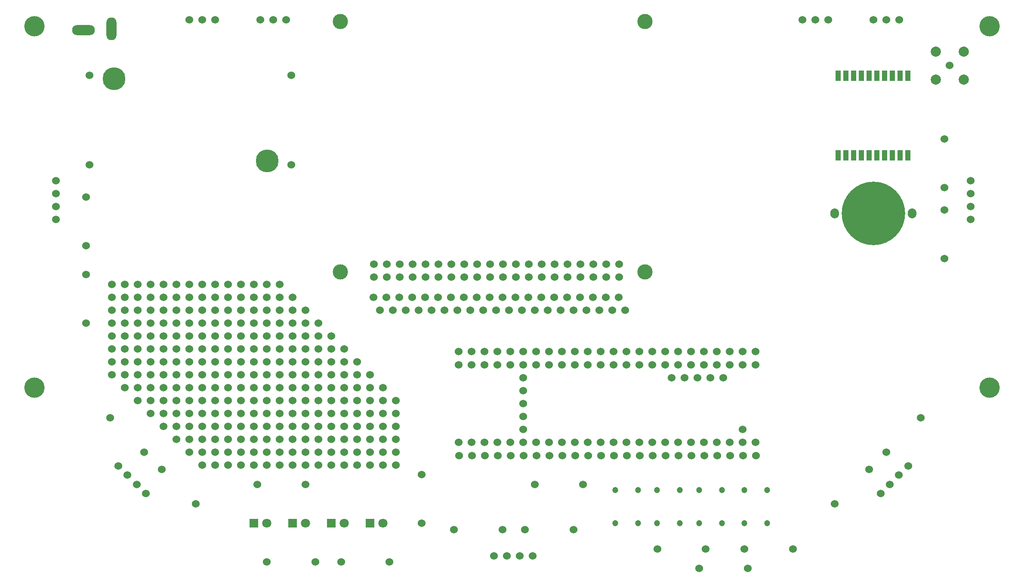
<source format=gbr>
%TF.GenerationSoftware,KiCad,Pcbnew,5.1.5+dfsg1-2build2*%
%TF.CreationDate,2022-02-07T12:49:49-06:00*%
%TF.ProjectId,gpsv1.3,67707376-312e-4332-9e6b-696361645f70,rev?*%
%TF.SameCoordinates,Original*%
%TF.FileFunction,Soldermask,Top*%
%TF.FilePolarity,Negative*%
%FSLAX46Y46*%
G04 Gerber Fmt 4.6, Leading zero omitted, Abs format (unit mm)*
G04 Created by KiCad (PCBNEW 5.1.5+dfsg1-2build2) date 2022-02-07 12:49:49*
%MOMM*%
%LPD*%
G04 APERTURE LIST*
%ADD10C,1.524000*%
%ADD11C,4.000000*%
%ADD12C,2.000000*%
%ADD13C,4.500000*%
%ADD14R,1.000000X2.000000*%
%ADD15C,3.000000*%
%ADD16O,2.000000X4.500000*%
%ADD17O,4.500000X2.000000*%
%ADD18C,12.500000*%
%ADD19O,1.700000X2.000000*%
%ADD20C,1.200000*%
%ADD21R,1.800000X1.800000*%
%ADD22C,1.800000*%
G04 APERTURE END LIST*
D10*
%TO.C,Proto*%
X116840000Y-129540000D03*
X119380000Y-129540000D03*
X119380000Y-127000000D03*
X116840000Y-127000000D03*
X111760000Y-124460000D03*
X114300000Y-124460000D03*
X116840000Y-124460000D03*
X119380000Y-124460000D03*
X119380000Y-121920000D03*
X116840000Y-121920000D03*
X114300000Y-121920000D03*
X111760000Y-121920000D03*
X109220000Y-121920000D03*
X106680000Y-119380000D03*
X109220000Y-119380000D03*
X111760000Y-119380000D03*
X114300000Y-119380000D03*
X116840000Y-119380000D03*
X119380000Y-119380000D03*
X116840000Y-116840000D03*
X114300000Y-116840000D03*
X111760000Y-116840000D03*
X109220000Y-116840000D03*
X106680000Y-116840000D03*
X104140000Y-116840000D03*
X104140000Y-104140000D03*
X104140000Y-106680000D03*
X106680000Y-106680000D03*
X109220000Y-109220000D03*
X106680000Y-109220000D03*
X104140000Y-109220000D03*
X104140000Y-111760000D03*
X106680000Y-111760000D03*
X109220000Y-111760000D03*
X111760000Y-111760000D03*
X114300000Y-114300000D03*
X109220000Y-114300000D03*
X111760000Y-114300000D03*
X104140000Y-114300000D03*
X106680000Y-114300000D03*
X101600000Y-114300000D03*
X101600000Y-111760000D03*
X101600000Y-109220000D03*
X101600000Y-106680000D03*
X101600000Y-104140000D03*
X101600000Y-101600000D03*
X81280000Y-127000000D03*
X96520000Y-129540000D03*
X104140000Y-129540000D03*
X114300000Y-129540000D03*
X111760000Y-129540000D03*
X101600000Y-129540000D03*
X86360000Y-129540000D03*
X88900000Y-129540000D03*
X106680000Y-129540000D03*
X109220000Y-129540000D03*
X91440000Y-129540000D03*
X99060000Y-129540000D03*
X83820000Y-129540000D03*
X93980000Y-129540000D03*
X101600000Y-127000000D03*
X114300000Y-127000000D03*
X104140000Y-127000000D03*
X91440000Y-127000000D03*
X111760000Y-127000000D03*
X83820000Y-127000000D03*
X96520000Y-127000000D03*
X93980000Y-127000000D03*
X109220000Y-127000000D03*
X86360000Y-127000000D03*
X88900000Y-127000000D03*
X106680000Y-127000000D03*
X99060000Y-127000000D03*
X88900000Y-124460000D03*
X91440000Y-124460000D03*
X86360000Y-124460000D03*
X104140000Y-124460000D03*
X101600000Y-124460000D03*
X96520000Y-124460000D03*
X93980000Y-124460000D03*
X81280000Y-124460000D03*
X109220000Y-124460000D03*
X99060000Y-124460000D03*
X83820000Y-124460000D03*
X106680000Y-124460000D03*
X78740000Y-124460000D03*
X91440000Y-121920000D03*
X99060000Y-121920000D03*
X101600000Y-121920000D03*
X81280000Y-121920000D03*
X76200000Y-121920000D03*
X106680000Y-121920000D03*
X93980000Y-121920000D03*
X78740000Y-121920000D03*
X104140000Y-121920000D03*
X96520000Y-121920000D03*
X86360000Y-121920000D03*
X88900000Y-121920000D03*
X83820000Y-121920000D03*
X78740000Y-119380000D03*
X83820000Y-119380000D03*
X104140000Y-119380000D03*
X101600000Y-119380000D03*
X76200000Y-119380000D03*
X88900000Y-119380000D03*
X93980000Y-119380000D03*
X86360000Y-119380000D03*
X99060000Y-119380000D03*
X73660000Y-119380000D03*
X91440000Y-119380000D03*
X96520000Y-119380000D03*
X81280000Y-119380000D03*
X81280000Y-116840000D03*
X96520000Y-116840000D03*
X71120000Y-116840000D03*
X88900000Y-116840000D03*
X91440000Y-116840000D03*
X101600000Y-116840000D03*
X99060000Y-116840000D03*
X76200000Y-116840000D03*
X93980000Y-116840000D03*
X73660000Y-116840000D03*
X78740000Y-116840000D03*
X86360000Y-116840000D03*
X83820000Y-116840000D03*
X91440000Y-114300000D03*
X71120000Y-114300000D03*
X78740000Y-114300000D03*
X76200000Y-114300000D03*
X93980000Y-114300000D03*
X96520000Y-114300000D03*
X68580000Y-114300000D03*
X73660000Y-114300000D03*
X83820000Y-114300000D03*
X88900000Y-114300000D03*
X99060000Y-114300000D03*
X86360000Y-114300000D03*
X81280000Y-114300000D03*
X68580000Y-111760000D03*
X73660000Y-111760000D03*
X76200000Y-111760000D03*
X83820000Y-111760000D03*
X78740000Y-111760000D03*
X88900000Y-111760000D03*
X91440000Y-111760000D03*
X93980000Y-111760000D03*
X86360000Y-111760000D03*
X81280000Y-111760000D03*
X71120000Y-111760000D03*
X96520000Y-111760000D03*
X99060000Y-111760000D03*
X93980000Y-109220000D03*
X81280000Y-109220000D03*
X71120000Y-109220000D03*
X83820000Y-109220000D03*
X96520000Y-109220000D03*
X86360000Y-109220000D03*
X88900000Y-109220000D03*
X73660000Y-109220000D03*
X78740000Y-109220000D03*
X91440000Y-109220000D03*
X99060000Y-109220000D03*
X76200000Y-109220000D03*
X68580000Y-109220000D03*
X83820000Y-106680000D03*
X93980000Y-106680000D03*
X81280000Y-106680000D03*
X96520000Y-106680000D03*
X71120000Y-106680000D03*
X73660000Y-106680000D03*
X88900000Y-106680000D03*
X78740000Y-106680000D03*
X86360000Y-106680000D03*
X91440000Y-106680000D03*
X99060000Y-106680000D03*
X76200000Y-106680000D03*
X68580000Y-106680000D03*
X88900000Y-104140000D03*
X93980000Y-104140000D03*
X78740000Y-104140000D03*
X86360000Y-104140000D03*
X73660000Y-104140000D03*
X91440000Y-104140000D03*
X83820000Y-104140000D03*
X81280000Y-104140000D03*
X71120000Y-104140000D03*
X99060000Y-104140000D03*
X96520000Y-104140000D03*
X76200000Y-104140000D03*
X68580000Y-104140000D03*
X76200000Y-101600000D03*
X71120000Y-101600000D03*
X81280000Y-101600000D03*
X73660000Y-101600000D03*
X86360000Y-101600000D03*
X91440000Y-101600000D03*
X99060000Y-101600000D03*
X93980000Y-101600000D03*
X68580000Y-101600000D03*
X88900000Y-101600000D03*
X96520000Y-101600000D03*
X78740000Y-101600000D03*
X83820000Y-101600000D03*
X88900000Y-99060000D03*
X78740000Y-99060000D03*
X71120000Y-99060000D03*
X76200000Y-99060000D03*
X86360000Y-99060000D03*
X83820000Y-99060000D03*
X96520000Y-99060000D03*
X81280000Y-99060000D03*
X99060000Y-99060000D03*
X73660000Y-99060000D03*
X93980000Y-99060000D03*
X91440000Y-99060000D03*
X68580000Y-99060000D03*
X81280000Y-129540000D03*
X83820000Y-132080000D03*
X86360000Y-132080000D03*
X88900000Y-132080000D03*
X91440000Y-132080000D03*
X93980000Y-132080000D03*
X96520000Y-132080000D03*
X99060000Y-132080000D03*
X101600000Y-132080000D03*
X104140000Y-132080000D03*
X106680000Y-132080000D03*
X109220000Y-132080000D03*
X111760000Y-132080000D03*
X114300000Y-132080000D03*
X116840000Y-132080000D03*
X119380000Y-132080000D03*
X121920000Y-132080000D03*
X121920000Y-129540000D03*
X121920000Y-127000000D03*
X121920000Y-124460000D03*
X121920000Y-121920000D03*
X78740000Y-127000000D03*
X76200000Y-124460000D03*
X73660000Y-121920000D03*
X71120000Y-119380000D03*
X68580000Y-116840000D03*
X121920000Y-119380000D03*
X119380000Y-116840000D03*
X116840000Y-114300000D03*
X114300000Y-111760000D03*
X111760000Y-109220000D03*
X109220000Y-106680000D03*
X106680000Y-104140000D03*
X104140000Y-101600000D03*
X101600000Y-99060000D03*
X66040000Y-114300000D03*
X66040000Y-111760000D03*
X66040000Y-109220000D03*
X66040000Y-106680000D03*
X66040000Y-104140000D03*
X66040000Y-101600000D03*
X66040000Y-99060000D03*
X99060000Y-96520000D03*
X96520000Y-96520000D03*
X93980000Y-96520000D03*
X91440000Y-96520000D03*
X88900000Y-96520000D03*
X83820000Y-96520000D03*
X86360000Y-96520000D03*
X81280000Y-96520000D03*
X78740000Y-96520000D03*
X76200000Y-96520000D03*
X73660000Y-96520000D03*
X71120000Y-96520000D03*
X68580000Y-96520000D03*
X66040000Y-96520000D03*
%TD*%
D11*
%TO.C,REF\002A\002A*%
X238760000Y-116840000D03*
%TD*%
%TO.C,REF\002A\002A*%
X50800000Y-116840000D03*
%TD*%
%TO.C,REF\002A\002A*%
X50800000Y-45720000D03*
%TD*%
%TO.C,REF\002A\002A*%
X238760000Y-45720000D03*
%TD*%
D12*
%TO.C,Ant1*%
X228120000Y-50720000D03*
X233620000Y-50720000D03*
X228120000Y-56220000D03*
X233620000Y-56220000D03*
D10*
X230870000Y-53470000D03*
%TD*%
%TO.C,DC-DC1*%
X101346000Y-55372000D03*
X101346000Y-73025000D03*
X61595000Y-73025000D03*
X61607700Y-55372000D03*
D13*
X66395600Y-56095900D03*
X96545400Y-72275700D03*
%TD*%
D10*
%TO.C,Debug1*%
X117525800Y-99085400D03*
X118795800Y-101625400D03*
X120065800Y-99085400D03*
X121335800Y-101625400D03*
X122605800Y-99085400D03*
X123875800Y-101625400D03*
X125145800Y-99085400D03*
X126415800Y-101625400D03*
X127685800Y-99085400D03*
X128955800Y-101625400D03*
X130225800Y-99085400D03*
X131495800Y-101625400D03*
X132765800Y-99085400D03*
X134035800Y-101625400D03*
X135305800Y-99085400D03*
X136575800Y-101625400D03*
X137845800Y-99085400D03*
X139115800Y-101625400D03*
X140385800Y-99085400D03*
X141655800Y-101625400D03*
X142925800Y-99085400D03*
X144195800Y-101625400D03*
X145465800Y-99085400D03*
X146735800Y-101625400D03*
X148005800Y-99085400D03*
X149275800Y-101625400D03*
X150545800Y-99085400D03*
X151815800Y-101625400D03*
X153085800Y-99085400D03*
X154355800Y-101625400D03*
X155625800Y-99085400D03*
X156895800Y-101625400D03*
X158165800Y-99085400D03*
X159435800Y-101625400D03*
X160705800Y-99085400D03*
X161975800Y-101625400D03*
X163245800Y-99085400D03*
X164515800Y-101625400D03*
X165785800Y-99085400D03*
X167055800Y-101625400D03*
%TD*%
D14*
%TO.C,PA1*%
X208915000Y-71120000D03*
X210439000Y-71120000D03*
X211963000Y-71120000D03*
X213487000Y-71120000D03*
X215011000Y-71120000D03*
X216535000Y-71120000D03*
X218059000Y-71120000D03*
X219583000Y-71120000D03*
X221107000Y-71120000D03*
X222631000Y-71120000D03*
X222631000Y-55499000D03*
X221107000Y-55499000D03*
X219583000Y-55499000D03*
X218059000Y-55499000D03*
X216535000Y-55499000D03*
X215011000Y-55499000D03*
X213487000Y-55499000D03*
X211963000Y-55499000D03*
X210439000Y-55499000D03*
X208915000Y-55499000D03*
%TD*%
D10*
%TO.C,R1*%
X82550000Y-139700000D03*
X75814808Y-132964808D03*
%TD*%
%TO.C,R2*%
X60960000Y-94615000D03*
X60960000Y-104140000D03*
%TD*%
%TO.C,R3*%
X65654808Y-122804808D03*
X72390000Y-129540000D03*
%TD*%
%TO.C,R4*%
X60960000Y-88900000D03*
X60960000Y-79375000D03*
%TD*%
%TO.C,R5*%
X229870000Y-77470000D03*
X229870000Y-67945000D03*
%TD*%
%TO.C,R6*%
X218440000Y-129540000D03*
X225175192Y-122804808D03*
%TD*%
%TO.C,R7*%
X229870000Y-81915000D03*
X229870000Y-91440000D03*
%TD*%
%TO.C,R8*%
X215015192Y-132964808D03*
X208280000Y-139700000D03*
%TD*%
%TO.C,R9*%
X156845000Y-144780000D03*
X147320000Y-144780000D03*
%TD*%
%TO.C,R10*%
X133350000Y-144780000D03*
X142875000Y-144780000D03*
%TD*%
%TO.C,Rasp1*%
X117540000Y-95080000D03*
X120080000Y-92540000D03*
X120080000Y-95080000D03*
X122620000Y-92540000D03*
X122620000Y-95080000D03*
X125160000Y-92540000D03*
X125160000Y-95080000D03*
X127700000Y-92540000D03*
X127700000Y-95080000D03*
X130240000Y-92540000D03*
X130240000Y-95080000D03*
X132780000Y-92540000D03*
X132780000Y-95080000D03*
X135320000Y-92540000D03*
X135320000Y-95080000D03*
X137860000Y-92540000D03*
X137860000Y-95080000D03*
X140400000Y-92540000D03*
X140400000Y-95080000D03*
X142940000Y-92540000D03*
X142940000Y-95080000D03*
X145480000Y-92540000D03*
X145480000Y-95080000D03*
X148020000Y-92540000D03*
X148020000Y-95080000D03*
X150560000Y-92540000D03*
X150560000Y-95080000D03*
X153100000Y-92540000D03*
X153100000Y-95080000D03*
X155640000Y-92540000D03*
X155640000Y-95080000D03*
X158180000Y-92540000D03*
X158180000Y-95080000D03*
X160720000Y-92540000D03*
X160720000Y-95080000D03*
X163260000Y-92540000D03*
X163260000Y-95080000D03*
X165800000Y-92540000D03*
X165800000Y-95080000D03*
X117540000Y-92540000D03*
D15*
X110936000Y-94064000D03*
X170880000Y-94064000D03*
X110936000Y-44788000D03*
X170880000Y-44788000D03*
%TD*%
D10*
%TO.C,Teensy1*%
X187620000Y-112380000D03*
X185080000Y-112380000D03*
X182540000Y-112380000D03*
X180000000Y-112380000D03*
X177460000Y-112380000D03*
X174920000Y-112380000D03*
X172380000Y-112380000D03*
X169840000Y-112380000D03*
X167300000Y-112380000D03*
X164760000Y-112380000D03*
X162220000Y-112380000D03*
X159680000Y-112380000D03*
X159680000Y-127620000D03*
X162220000Y-127620000D03*
X164760000Y-127620000D03*
X167300000Y-127620000D03*
X169840000Y-127620000D03*
X172380000Y-127620000D03*
X174920000Y-127620000D03*
X177460000Y-127620000D03*
X180000000Y-127620000D03*
X182540000Y-127620000D03*
X185080000Y-127620000D03*
X154600000Y-112380000D03*
X152060000Y-112380000D03*
X149520000Y-112380000D03*
X146980000Y-112380000D03*
X144440000Y-112380000D03*
X141900000Y-112380000D03*
X139360000Y-112380000D03*
X136820000Y-112380000D03*
X134280000Y-112380000D03*
X134280000Y-127620000D03*
X136820000Y-127620000D03*
X139360000Y-127620000D03*
X141900000Y-127620000D03*
X144440000Y-127620000D03*
X146980000Y-127620000D03*
X149520000Y-127620000D03*
X152060000Y-127620000D03*
X154600000Y-127620000D03*
X190160000Y-112380000D03*
X192700000Y-112380000D03*
X187620000Y-127620000D03*
X190160000Y-127620000D03*
X192700000Y-127620000D03*
X157140000Y-112380000D03*
X157140000Y-127620000D03*
X146980000Y-114920000D03*
X146980000Y-117460000D03*
X146980000Y-120000000D03*
X146980000Y-122540000D03*
X146980000Y-125080000D03*
X186350000Y-114920000D03*
X183810000Y-114920000D03*
X181270000Y-114920000D03*
X178730000Y-114920000D03*
X176190000Y-114920000D03*
X190160000Y-125080000D03*
%TD*%
%TO.C,TOF1*%
X72694077Y-137694077D03*
X70898026Y-135898026D03*
X69101974Y-134101974D03*
X67305923Y-132305923D03*
%TD*%
%TO.C,TOF2*%
X55000000Y-83810000D03*
X55000000Y-81270000D03*
X55000000Y-78730000D03*
X55000000Y-76190000D03*
%TD*%
%TO.C,TOF3*%
X235000000Y-83810000D03*
X235000000Y-81270000D03*
X235000000Y-78730000D03*
X235000000Y-76190000D03*
%TD*%
%TO.C,TOF4*%
X217305923Y-137694077D03*
X219101974Y-135898026D03*
X220898026Y-134101974D03*
X222694077Y-132305923D03*
%TD*%
%TO.C,TOF5*%
X148810000Y-150000000D03*
X146270000Y-150000000D03*
X143730000Y-150000000D03*
X141190000Y-150000000D03*
%TD*%
D16*
%TO.C,U1*%
X65900000Y-46300000D03*
D17*
X60400000Y-46550000D03*
%TD*%
D10*
%TO.C,U2*%
X134289800Y-109791500D03*
X136829800Y-109791500D03*
X139369800Y-109791500D03*
X141909800Y-109791500D03*
X144449800Y-109791500D03*
X146989800Y-109791500D03*
X149529800Y-109791500D03*
X152069800Y-109791500D03*
X154609800Y-109791500D03*
X157149800Y-109791500D03*
X159689800Y-109791500D03*
X162229800Y-109791500D03*
X164769800Y-109791500D03*
X167309800Y-109791500D03*
X169849800Y-109791500D03*
X172389800Y-109791500D03*
X174929800Y-109791500D03*
X177469800Y-109791500D03*
X180009800Y-109791500D03*
X182549800Y-109791500D03*
X185089800Y-109791500D03*
X187629800Y-109791500D03*
X190169800Y-109791500D03*
X192709800Y-109791500D03*
%TD*%
%TO.C,U3*%
X192722500Y-130238500D03*
X190182500Y-130238500D03*
X187642500Y-130238500D03*
X185102500Y-130238500D03*
X182562500Y-130238500D03*
X180022500Y-130238500D03*
X177482500Y-130238500D03*
X174942500Y-130238500D03*
X172402500Y-130238500D03*
X169862500Y-130238500D03*
X167322500Y-130238500D03*
X164782500Y-130238500D03*
X162242500Y-130238500D03*
X159702500Y-130238500D03*
X157162500Y-130238500D03*
X154622500Y-130238500D03*
X152082500Y-130238500D03*
X149542500Y-130238500D03*
X147002500Y-130238500D03*
X144462500Y-130238500D03*
X141922500Y-130238500D03*
X139382500Y-130238500D03*
X136842500Y-130238500D03*
X134302500Y-130238500D03*
%TD*%
D18*
%TO.C,U4*%
X215900000Y-82550000D03*
D19*
X223520000Y-82550000D03*
X208280000Y-82550000D03*
%TD*%
D10*
%TO.C,XH-3A1*%
X201930000Y-44450000D03*
X204470000Y-44450000D03*
X207010000Y-44450000D03*
%TD*%
%TO.C,XH-3A2*%
X220980000Y-44450000D03*
X218440000Y-44450000D03*
X215900000Y-44450000D03*
%TD*%
%TO.C,XH-3A3*%
X81280000Y-44450000D03*
X83820000Y-44450000D03*
X86360000Y-44450000D03*
%TD*%
%TO.C,XH-3A4*%
X100330000Y-44450000D03*
X97790000Y-44450000D03*
X95250000Y-44450000D03*
%TD*%
D20*
%TO.C,B1*%
X186110000Y-137010000D03*
X186110000Y-143510000D03*
X181610000Y-137010000D03*
X181610000Y-143510000D03*
%TD*%
%TO.C,B2*%
X173300000Y-143510000D03*
X173300000Y-137010000D03*
X177800000Y-143510000D03*
X177800000Y-137010000D03*
%TD*%
%TO.C,B3*%
X195000000Y-137010000D03*
X195000000Y-143510000D03*
X190500000Y-137010000D03*
X190500000Y-143510000D03*
%TD*%
%TO.C,B4*%
X165100000Y-143510000D03*
X165100000Y-137010000D03*
X169600000Y-143510000D03*
X169600000Y-137010000D03*
%TD*%
D21*
%TO.C,LED1*%
X93980000Y-143510000D03*
D22*
X96520000Y-143510000D03*
%TD*%
%TO.C,LED2*%
X104140000Y-143510000D03*
D21*
X101600000Y-143510000D03*
%TD*%
%TO.C,LED3*%
X109220000Y-143510000D03*
D22*
X111760000Y-143510000D03*
%TD*%
%TO.C,LED4*%
X119380000Y-143510000D03*
D21*
X116840000Y-143510000D03*
%TD*%
D10*
%TO.C,R11*%
X106045000Y-151130000D03*
X96520000Y-151130000D03*
%TD*%
%TO.C,R12*%
X104140000Y-135890000D03*
X94615000Y-135890000D03*
%TD*%
%TO.C,R13*%
X111125000Y-151130000D03*
X120650000Y-151130000D03*
%TD*%
%TO.C,R14*%
X127000000Y-133985000D03*
X127000000Y-143510000D03*
%TD*%
%TO.C,R15*%
X181610000Y-152400000D03*
X191135000Y-152400000D03*
%TD*%
%TO.C,R16*%
X182880000Y-148590000D03*
X173355000Y-148590000D03*
%TD*%
%TO.C,R17*%
X200025000Y-148590000D03*
X190500000Y-148590000D03*
%TD*%
%TO.C,R18*%
X158750000Y-135890000D03*
X149225000Y-135890000D03*
%TD*%
M02*

</source>
